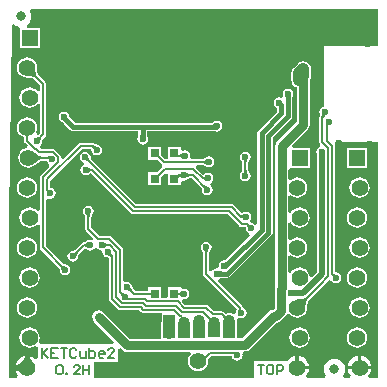
<source format=gtl>
G04*
G04 #@! TF.GenerationSoftware,Altium Limited,Altium Designer,20.2.6 (244)*
G04*
G04 Layer_Physical_Order=1*
G04 Layer_Color=255*
%FSLAX25Y25*%
%MOIN*%
G70*
G04*
G04 #@! TF.SameCoordinates,A3B400B8-C857-4583-85C6-9FA4B9C7ABCD*
G04*
G04*
G04 #@! TF.FilePolarity,Positive*
G04*
G01*
G75*
%ADD10C,0.00787*%
%ADD12C,0.00800*%
%ADD15C,0.01000*%
%ADD16R,0.03150X0.03150*%
%ADD17R,0.04000X0.05591*%
%ADD24C,0.05512*%
%ADD30C,0.03150*%
%ADD31C,0.01575*%
%ADD32C,0.03150*%
%ADD33C,0.04000*%
%ADD34C,0.01500*%
%ADD35C,0.03937*%
%ADD36C,0.02000*%
%ADD37R,0.04000X0.05762*%
%ADD38R,0.04000X0.05153*%
%ADD39R,0.04000X0.04962*%
%ADD40O,0.04000X0.04724*%
%ADD41R,0.04000X0.04724*%
%ADD42R,0.05500X0.05500*%
%ADD43C,0.05500*%
%ADD44C,0.02362*%
G36*
X124379Y112200D02*
X106601D01*
Y91911D01*
X106104Y91812D01*
X105517Y91421D01*
X105126Y90834D01*
X104988Y90143D01*
X105126Y89452D01*
X105242Y89278D01*
X105205Y89175D01*
X105075Y88981D01*
X104998Y88597D01*
Y80238D01*
X105075Y79854D01*
X105292Y79529D01*
X105299Y79522D01*
X105117Y78706D01*
X105056Y78634D01*
X104523Y78277D01*
X104131Y77691D01*
X103994Y77000D01*
X104131Y76309D01*
X104178Y76238D01*
Y36941D01*
X102530Y35293D01*
X101685Y35579D01*
X101647Y35872D01*
X101310Y36685D01*
X100775Y37383D01*
X100077Y37918D01*
X99264Y38255D01*
X98392Y38369D01*
X97520Y38255D01*
X96708Y37918D01*
X96010Y37383D01*
X95474Y36685D01*
X95451Y36628D01*
X94651Y36787D01*
Y42087D01*
X94689Y42123D01*
X95451Y42433D01*
X95908Y42082D01*
X96720Y41745D01*
X97592Y41631D01*
X98464Y41745D01*
X99277Y42082D01*
X99975Y42617D01*
X100510Y43315D01*
X100847Y44128D01*
X100962Y45000D01*
X100847Y45872D01*
X100510Y46685D01*
X99975Y47383D01*
X99277Y47918D01*
X98464Y48255D01*
X97592Y48369D01*
X96720Y48255D01*
X95908Y47918D01*
X95451Y47567D01*
X94689Y47877D01*
X94651Y47913D01*
Y53213D01*
X95451Y53372D01*
X95474Y53315D01*
X96010Y52618D01*
X96708Y52082D01*
X97520Y51745D01*
X98392Y51631D01*
X99264Y51745D01*
X100077Y52082D01*
X100775Y52618D01*
X101310Y53315D01*
X101647Y54128D01*
X101762Y55000D01*
X101647Y55872D01*
X101310Y56685D01*
X100775Y57383D01*
X100077Y57918D01*
X99264Y58255D01*
X98392Y58369D01*
X97520Y58255D01*
X96708Y57918D01*
X96010Y57383D01*
X95474Y56685D01*
X95451Y56628D01*
X94651Y56787D01*
Y62087D01*
X94689Y62123D01*
X95451Y62433D01*
X95908Y62082D01*
X96720Y61745D01*
X97592Y61631D01*
X98464Y61745D01*
X99277Y62082D01*
X99975Y62617D01*
X100510Y63315D01*
X100847Y64128D01*
X100962Y65000D01*
X100847Y65872D01*
X100510Y66685D01*
X99975Y67383D01*
X99277Y67918D01*
X98464Y68255D01*
X97592Y68369D01*
X96720Y68255D01*
X95908Y67918D01*
X95451Y67567D01*
X94689Y67877D01*
X94651Y67913D01*
Y71026D01*
X95052Y71659D01*
X101733D01*
Y78341D01*
X96105D01*
X95799Y79080D01*
X101167Y84448D01*
X101646Y85164D01*
X101814Y86009D01*
Y100704D01*
X101869Y100776D01*
X102130Y101406D01*
X102219Y102082D01*
Y104441D01*
X102130Y105117D01*
X101869Y105747D01*
X101454Y106288D01*
X100913Y106704D01*
X100283Y106965D01*
X99606Y107054D01*
X98930Y106965D01*
X98300Y106704D01*
X97759Y106288D01*
X96450Y104979D01*
X96034Y104438D01*
X95773Y103808D01*
X95684Y103132D01*
Y100800D01*
X95773Y100124D01*
X96034Y99493D01*
X96450Y98952D01*
X96991Y98537D01*
X97399Y98368D01*
Y86923D01*
X90882Y80407D01*
X90403Y79691D01*
X90235Y78846D01*
Y31911D01*
X90115Y31307D01*
Y24921D01*
X89514Y24320D01*
X88916Y24201D01*
X88200Y23723D01*
X79320Y14843D01*
X77639D01*
Y20562D01*
X77601Y20655D01*
X77531Y21180D01*
X77663Y21332D01*
X78200Y21696D01*
X78218Y21684D01*
X78909Y21547D01*
X79600Y21684D01*
X80186Y22076D01*
X80578Y22662D01*
X80715Y23353D01*
X80578Y24044D01*
X80186Y24630D01*
X79600Y25022D01*
X79600Y25022D01*
X79560Y25225D01*
X79341Y25552D01*
X71147Y33746D01*
X71411Y34614D01*
X71533Y34638D01*
X71905Y34887D01*
X72352Y34917D01*
X72466Y34918D01*
X72519Y34940D01*
X74324D01*
X74848Y35044D01*
X75291Y35340D01*
X88995Y49044D01*
X89291Y49488D01*
X89395Y50011D01*
Y81767D01*
X95496Y87867D01*
X95792Y88311D01*
X95896Y88834D01*
Y94975D01*
X96198Y95427D01*
X96336Y96118D01*
X96198Y96809D01*
X95806Y97395D01*
X95220Y97787D01*
X94529Y97924D01*
X93838Y97787D01*
X93252Y97395D01*
X92860Y96809D01*
X92723Y96118D01*
X92835Y95553D01*
X92496Y95187D01*
X92194Y94989D01*
X91567Y95113D01*
X90876Y94976D01*
X90290Y94584D01*
X89898Y93998D01*
X89761Y93307D01*
X89898Y92616D01*
X90290Y92030D01*
X90862Y91647D01*
Y90352D01*
X84755Y84245D01*
X84459Y83802D01*
X84355Y83279D01*
Y52918D01*
X83556Y52673D01*
X82970Y53065D01*
X82341Y53190D01*
X82282Y53216D01*
X82268Y53216D01*
X81874Y53886D01*
X81877Y53953D01*
X81956Y54191D01*
X82102Y54409D01*
X82239Y55100D01*
X82102Y55792D01*
X81710Y56378D01*
X81124Y56769D01*
X80433Y56907D01*
X79742Y56769D01*
X79205Y56411D01*
X76446Y59170D01*
X76120Y59388D01*
X75736Y59464D01*
X43975D01*
X29007Y74432D01*
X28983Y74497D01*
X28926Y74558D01*
X28893Y74601D01*
X28864Y74645D01*
X28839Y74691D01*
X28818Y74739D01*
X28800Y74791D01*
X28786Y74848D01*
X28776Y74910D01*
X28769Y74979D01*
X28767Y75076D01*
X28741Y75135D01*
X28616Y75764D01*
X28224Y76350D01*
X27638Y76742D01*
X26947Y76879D01*
X26256Y76742D01*
X25670Y76350D01*
X25278Y75764D01*
X25141Y75073D01*
X25278Y74382D01*
X25670Y73795D01*
X26256Y73404D01*
X26499Y73356D01*
Y72540D01*
X26474Y72535D01*
X25888Y72143D01*
X25496Y71557D01*
X25359Y70866D01*
X25496Y70175D01*
X25888Y69589D01*
X26474Y69197D01*
X27165Y69060D01*
X27857Y69197D01*
X28317Y69504D01*
X28409Y69537D01*
X28482Y69603D01*
X28539Y69648D01*
X28594Y69685D01*
X28648Y69715D01*
X28701Y69740D01*
X28752Y69760D01*
X28805Y69775D01*
X28858Y69786D01*
X28865Y69787D01*
X42279Y56373D01*
X42604Y56156D01*
X42988Y56079D01*
X74474D01*
X78328Y52225D01*
X78654Y52008D01*
X79037Y51932D01*
X80280D01*
X80300Y51911D01*
X80334Y51868D01*
X80362Y51823D01*
X80387Y51778D01*
X80408Y51730D01*
X80426Y51678D01*
X80440Y51621D01*
X80450Y51558D01*
X80457Y51490D01*
X80459Y51393D01*
X80485Y51334D01*
X80610Y50705D01*
X81002Y50118D01*
X81492Y49791D01*
X81625Y49486D01*
X81717Y48886D01*
X73547Y40715D01*
X73230Y40778D01*
X72539Y40641D01*
X71953Y40249D01*
X71561Y39663D01*
X71424Y38972D01*
X71457Y38806D01*
X70841Y38113D01*
X70841Y38113D01*
X70150Y37976D01*
X69564Y37584D01*
X69512Y37506D01*
X68476Y37279D01*
X68472Y37280D01*
X68255Y37441D01*
Y43152D01*
X68284Y43214D01*
X68287Y43299D01*
X68294Y43355D01*
X68305Y43407D01*
X68319Y43457D01*
X68338Y43506D01*
X68362Y43555D01*
X68391Y43604D01*
X68427Y43654D01*
X68470Y43706D01*
X68535Y43775D01*
X68558Y43835D01*
X68914Y44368D01*
X69052Y45059D01*
X68914Y45750D01*
X68523Y46336D01*
X67937Y46728D01*
X67246Y46865D01*
X66554Y46728D01*
X65968Y46336D01*
X65577Y45750D01*
X65439Y45059D01*
X65577Y44368D01*
X65933Y43835D01*
X65956Y43775D01*
X66021Y43706D01*
X66064Y43654D01*
X66100Y43604D01*
X66129Y43555D01*
X66153Y43506D01*
X66171Y43457D01*
X66186Y43407D01*
X66197Y43355D01*
X66203Y43299D01*
X66207Y43214D01*
X66236Y43152D01*
Y36219D01*
X66312Y35833D01*
X66531Y35505D01*
X77541Y24495D01*
X77240Y24044D01*
X77103Y23353D01*
X77133Y23199D01*
X76407Y22748D01*
X76306Y22825D01*
X75676Y23086D01*
X75000Y23175D01*
X74324Y23086D01*
X73931Y22923D01*
X73923Y22925D01*
X73524Y23129D01*
X73478Y23141D01*
X73163Y23456D01*
X72838Y23674D01*
X72453Y23750D01*
X69950D01*
X68066Y25634D01*
X67741Y25852D01*
X67357Y25928D01*
X60360D01*
X59268Y27020D01*
X59663Y27757D01*
X59842Y27721D01*
X60534Y27859D01*
X61120Y28250D01*
X61511Y28836D01*
X61649Y29528D01*
X61511Y30219D01*
X61120Y30805D01*
X60534Y31196D01*
X59842Y31334D01*
X59588Y31283D01*
X58788Y31791D01*
Y31791D01*
X54457D01*
Y28542D01*
X54438Y28445D01*
X53754Y28070D01*
X52292D01*
Y31791D01*
X47961D01*
Y30630D01*
X43713D01*
X42995Y31347D01*
X42970Y31413D01*
X42912Y31476D01*
X42871Y31526D01*
X42831Y31580D01*
X42794Y31639D01*
X42759Y31701D01*
X42727Y31769D01*
X42699Y31835D01*
X42641Y32013D01*
X42618Y32110D01*
X42551Y32201D01*
X42513Y32394D01*
X42121Y32980D01*
X41535Y33371D01*
X40844Y33509D01*
X40482Y33437D01*
X39682Y33946D01*
Y44254D01*
X39605Y44641D01*
X39386Y44969D01*
X35641Y48714D01*
X35313Y48933D01*
X34927Y49010D01*
X31707D01*
X29032Y51684D01*
Y55179D01*
X29061Y55242D01*
X29064Y55327D01*
X29071Y55382D01*
X29081Y55435D01*
X29096Y55485D01*
X29115Y55534D01*
X29139Y55582D01*
X29168Y55632D01*
X29203Y55682D01*
X29246Y55734D01*
X29311Y55802D01*
X29335Y55862D01*
X29691Y56395D01*
X29828Y57087D01*
X29691Y57778D01*
X29299Y58364D01*
X28713Y58755D01*
X28022Y58893D01*
X27331Y58755D01*
X26745Y58364D01*
X26353Y57778D01*
X26216Y57087D01*
X26353Y56395D01*
X26709Y55862D01*
X26733Y55802D01*
X26798Y55734D01*
X26841Y55682D01*
X26876Y55632D01*
X26905Y55582D01*
X26929Y55534D01*
X26948Y55485D01*
X26963Y55435D01*
X26973Y55382D01*
X26980Y55327D01*
X26983Y55242D01*
X27012Y55179D01*
Y51266D01*
X27089Y50880D01*
X27308Y50552D01*
X29831Y48029D01*
X29321Y47407D01*
X29187Y47497D01*
X28495Y47635D01*
X27804Y47497D01*
X27218Y47106D01*
X27200Y47078D01*
X27153Y47058D01*
X27090Y46991D01*
X27043Y46950D01*
X26998Y46915D01*
X26954Y46887D01*
X26910Y46865D01*
X26866Y46847D01*
X26819Y46833D01*
X26770Y46822D01*
X26716Y46815D01*
X26632Y46812D01*
X26629Y46811D01*
X26625Y46812D01*
X26565Y46783D01*
X26482D01*
X26096Y46707D01*
X25768Y46488D01*
X23435Y44155D01*
X23370Y44131D01*
X23308Y44073D01*
X23263Y44037D01*
X23217Y44006D01*
X23169Y43980D01*
X23119Y43957D01*
X23065Y43938D01*
X23007Y43922D01*
X22944Y43909D01*
X22875Y43901D01*
X22778Y43896D01*
X22692Y43855D01*
X22143Y43746D01*
X21557Y43354D01*
X21166Y42768D01*
X21028Y42077D01*
X21166Y41385D01*
X21557Y40799D01*
X22143Y40408D01*
X22835Y40270D01*
X23526Y40408D01*
X24112Y40799D01*
X24503Y41385D01*
X24641Y42077D01*
X24639Y42088D01*
X24654Y42126D01*
X24654Y42219D01*
X24658Y42283D01*
X24667Y42341D01*
X24679Y42393D01*
X24695Y42442D01*
X24714Y42487D01*
X24738Y42531D01*
X24766Y42575D01*
X24800Y42618D01*
X24858Y42680D01*
X24881Y42744D01*
X26854Y44717D01*
X26871Y44714D01*
X26925Y44699D01*
X26978Y44679D01*
X27031Y44655D01*
X27086Y44625D01*
X27141Y44589D01*
X27198Y44545D01*
X27271Y44482D01*
X27374Y44447D01*
X27804Y44159D01*
X28495Y44022D01*
X29187Y44159D01*
X29773Y44551D01*
X30060Y44982D01*
X30422Y45053D01*
X30588D01*
X30949Y44982D01*
X31237Y44551D01*
X31823Y44159D01*
X32514Y44022D01*
X32648Y43888D01*
X32576Y43525D01*
X32713Y42834D01*
X33105Y42248D01*
X33691Y41856D01*
X34320Y41731D01*
X34379Y41705D01*
X34476Y41702D01*
X34544Y41696D01*
X34607Y41686D01*
X34664Y41671D01*
X34716Y41654D01*
X34764Y41633D01*
X34809Y41608D01*
X34814Y41605D01*
Y27972D01*
X34890Y27588D01*
X35108Y27262D01*
X37923Y24447D01*
X38248Y24230D01*
X38632Y24153D01*
X45015D01*
X45567Y23601D01*
X45893Y23384D01*
X46277Y23307D01*
X51674D01*
X52409Y23153D01*
Y20317D01*
X52361Y20200D01*
Y14609D01*
X41876D01*
X33017Y23469D01*
X32300Y23947D01*
X31455Y24115D01*
X30611Y23947D01*
X29894Y23469D01*
X29416Y22752D01*
X29248Y21907D01*
X29416Y21063D01*
X29894Y20346D01*
X36640Y13601D01*
X36334Y12862D01*
X11954D01*
X11868Y12922D01*
X11454Y13662D01*
X11647Y14128D01*
X11761Y15000D01*
X11647Y15872D01*
X11310Y16684D01*
X10775Y17382D01*
X10077Y17918D01*
X9264Y18254D01*
X8392Y18369D01*
X7520Y18254D01*
X6707Y17918D01*
X6010Y17382D01*
X5474Y16684D01*
X5138Y15872D01*
X5023Y15000D01*
X5138Y14128D01*
X5474Y13315D01*
X6010Y12617D01*
X6707Y12082D01*
X7520Y11745D01*
X8392Y11631D01*
X9264Y11745D01*
X10077Y12082D01*
X10311Y12261D01*
X11111Y11867D01*
Y8186D01*
X10661Y7945D01*
X10311Y7869D01*
X9575Y8434D01*
X8618Y8830D01*
X8418Y8856D01*
X8425Y8806D01*
X8482Y8569D01*
X8562Y8335D01*
X8664Y8101D01*
X8789Y7870D01*
X8937Y7641D01*
X9108Y7413D01*
X9301Y7188D01*
X9517Y6964D01*
X8183D01*
Y5000D01*
X7592D01*
Y4409D01*
X5628D01*
Y3075D01*
X5404Y3291D01*
X5179Y3484D01*
X4951Y3655D01*
X4722Y3803D01*
X4490Y3928D01*
X4258Y4030D01*
X4023Y4110D01*
X3786Y4167D01*
X3736Y4174D01*
X3762Y3974D01*
X4158Y3017D01*
X4628Y2406D01*
X4333Y1606D01*
X1606D01*
Y54159D01*
X2414Y119057D01*
X2574Y119189D01*
X3218Y119409D01*
X3752Y119000D01*
X4411Y118727D01*
X4651Y118582D01*
X5052Y118053D01*
X5052Y117782D01*
Y111660D01*
X11733D01*
Y118341D01*
X7668D01*
X7455Y119141D01*
X8000Y119559D01*
X8559Y120288D01*
X8911Y121136D01*
X9031Y122047D01*
X8911Y122958D01*
X8654Y123579D01*
X9033Y124379D01*
X83000Y124379D01*
X124379D01*
Y112200D01*
D02*
G37*
G36*
X107163Y89021D02*
X107106Y88998D01*
X107042Y88965D01*
X106971Y88921D01*
X106893Y88866D01*
X106717Y88726D01*
X106512Y88543D01*
X106280Y88319D01*
X105724Y88875D01*
X105780Y88936D01*
X105826Y88997D01*
X105862Y89056D01*
X105888Y89116D01*
X105904Y89174D01*
X105910Y89232D01*
X105906Y89289D01*
X105892Y89346D01*
X105867Y89402D01*
X105833Y89458D01*
X107163Y89021D01*
D02*
G37*
G36*
X28131Y74942D02*
X28141Y74827D01*
X28160Y74717D01*
X28187Y74610D01*
X28221Y74508D01*
X28264Y74410D01*
X28314Y74317D01*
X28373Y74228D01*
X28439Y74143D01*
X28514Y74063D01*
X27957Y73506D01*
X27876Y73580D01*
X27792Y73647D01*
X27703Y73705D01*
X27609Y73756D01*
X27511Y73798D01*
X27409Y73833D01*
X27303Y73860D01*
X27193Y73878D01*
X27078Y73889D01*
X26959Y73892D01*
X28128Y75061D01*
X28131Y74942D01*
D02*
G37*
G36*
X28118Y71581D02*
X28204Y71506D01*
X28293Y71439D01*
X28385Y71382D01*
X28480Y71333D01*
X28578Y71293D01*
X28679Y71262D01*
X28783Y71240D01*
X28890Y71226D01*
X29000Y71222D01*
X28973Y70434D01*
X28864Y70430D01*
X28758Y70418D01*
X28653Y70397D01*
X28550Y70367D01*
X28450Y70329D01*
X28352Y70283D01*
X28256Y70228D01*
X28163Y70165D01*
X28071Y70093D01*
X27982Y70013D01*
X28035Y71665D01*
X28118Y71581D01*
D02*
G37*
G36*
X28768Y56158D02*
X28695Y56070D01*
X28631Y55980D01*
X28576Y55886D01*
X28529Y55790D01*
X28490Y55691D01*
X28460Y55589D01*
X28439Y55484D01*
X28426Y55377D01*
X28422Y55267D01*
X27622D01*
X27618Y55377D01*
X27605Y55484D01*
X27584Y55589D01*
X27554Y55691D01*
X27515Y55790D01*
X27468Y55886D01*
X27413Y55980D01*
X27349Y56070D01*
X27276Y56158D01*
X27195Y56243D01*
X28849D01*
X28768Y56158D01*
D02*
G37*
G36*
X79278Y54851D02*
X79272Y54865D01*
X79258Y54877D01*
X79237Y54887D01*
X79208Y54896D01*
X79172Y54904D01*
X79128Y54910D01*
X79020Y54918D01*
X78882Y54921D01*
Y55709D01*
X78984Y55709D01*
X79434Y55739D01*
X79444Y55746D01*
X79278Y54851D01*
D02*
G37*
G36*
X81350Y52888D02*
X81434Y52822D01*
X81524Y52763D01*
X81617Y52713D01*
X81715Y52670D01*
X81817Y52636D01*
X81923Y52609D01*
X82033Y52590D01*
X82148Y52580D01*
X82267Y52577D01*
X81098Y51408D01*
X81095Y51527D01*
X81085Y51642D01*
X81066Y51752D01*
X81039Y51858D01*
X81005Y51960D01*
X80962Y52058D01*
X80912Y52152D01*
X80853Y52241D01*
X80787Y52325D01*
X80712Y52406D01*
X81269Y52963D01*
X81350Y52888D01*
D02*
G37*
G36*
X33444Y46573D02*
X33532Y46499D01*
X33624Y46434D01*
X33718Y46378D01*
X33814Y46330D01*
X33913Y46291D01*
X34015Y46261D01*
X34120Y46239D01*
X34227Y46226D01*
X34336Y46222D01*
Y45435D01*
X34227Y45430D01*
X34120Y45417D01*
X34015Y45396D01*
X33913Y45365D01*
X33814Y45326D01*
X33718Y45279D01*
X33624Y45222D01*
X33532Y45158D01*
X33444Y45084D01*
X33357Y45002D01*
Y46655D01*
X33444Y46573D01*
D02*
G37*
G36*
X27691Y44963D02*
X27602Y45041D01*
X27510Y45111D01*
X27416Y45173D01*
X27320Y45226D01*
X27222Y45271D01*
X27121Y45308D01*
X27018Y45336D01*
X26913Y45357D01*
X26806Y45369D01*
X26697Y45373D01*
X26657Y46174D01*
X26768Y46178D01*
X26875Y46191D01*
X26980Y46213D01*
X27081Y46244D01*
X27178Y46284D01*
X27272Y46332D01*
X27363Y46390D01*
X27450Y46456D01*
X27534Y46531D01*
X27614Y46615D01*
X27691Y44963D01*
D02*
G37*
G36*
X67991Y44131D02*
X67919Y44043D01*
X67855Y43952D01*
X67799Y43859D01*
X67752Y43762D01*
X67714Y43663D01*
X67684Y43561D01*
X67663Y43457D01*
X67650Y43349D01*
X67646Y43239D01*
X66846D01*
X66841Y43349D01*
X66828Y43457D01*
X66807Y43561D01*
X66777Y43663D01*
X66739Y43762D01*
X66692Y43859D01*
X66636Y43952D01*
X66572Y44043D01*
X66500Y44131D01*
X66419Y44216D01*
X68072D01*
X67991Y44131D01*
D02*
G37*
G36*
X24388Y43114D02*
X24313Y43033D01*
X24246Y42947D01*
X24188Y42858D01*
X24138Y42765D01*
X24096Y42668D01*
X24063Y42567D01*
X24038Y42462D01*
X24022Y42353D01*
X24014Y42240D01*
X24015Y42123D01*
X22812Y43258D01*
X22930Y43264D01*
X23043Y43277D01*
X23153Y43299D01*
X23259Y43328D01*
X23360Y43365D01*
X23458Y43409D01*
X23550Y43461D01*
X23639Y43520D01*
X23724Y43587D01*
X23805Y43662D01*
X24388Y43114D01*
D02*
G37*
G36*
X35566Y43394D02*
X35576Y43279D01*
X35595Y43169D01*
X35622Y43062D01*
X35656Y42960D01*
X35699Y42863D01*
X35749Y42769D01*
X35808Y42680D01*
X35874Y42595D01*
X35949Y42515D01*
X35392Y41958D01*
X35311Y42032D01*
X35227Y42099D01*
X35138Y42157D01*
X35044Y42208D01*
X34946Y42250D01*
X34844Y42285D01*
X34738Y42312D01*
X34628Y42330D01*
X34513Y42341D01*
X34394Y42344D01*
X35563Y43513D01*
X35566Y43394D01*
D02*
G37*
G36*
X71706Y37119D02*
X71740Y37106D01*
X71786Y37094D01*
X71845Y37084D01*
X72001Y37069D01*
X72206Y37060D01*
X72462Y37057D01*
Y35557D01*
X72328Y35556D01*
X71786Y35519D01*
X71740Y35508D01*
X71706Y35495D01*
X71685Y35480D01*
Y37133D01*
X71706Y37119D01*
D02*
G37*
G36*
X109690Y36376D02*
X109866Y36224D01*
X109915Y36189D01*
X109960Y36162D01*
X110001Y36143D01*
X110036Y36132D01*
X110067Y36129D01*
X110094Y36133D01*
X109373Y35413D01*
X109378Y35439D01*
X109375Y35471D01*
X109364Y35506D01*
X109345Y35546D01*
X109318Y35592D01*
X109283Y35641D01*
X109240Y35695D01*
X109131Y35817D01*
X109065Y35885D01*
X109622Y36442D01*
X109690Y36376D01*
D02*
G37*
G36*
X124379Y1606D02*
X121651D01*
X121356Y2406D01*
X121826Y3018D01*
X122222Y3974D01*
X122279Y4409D01*
X118392D01*
X114505D01*
X114562Y3974D01*
X114958Y3018D01*
X115428Y2406D01*
X115133Y1606D01*
X113185D01*
X112791Y2406D01*
X113048Y2740D01*
X113399Y3589D01*
X113519Y4500D01*
X113399Y5411D01*
X113048Y6260D01*
X112488Y6988D01*
X111759Y7548D01*
X110911Y7899D01*
X110000Y8019D01*
X109089Y7899D01*
X108240Y7548D01*
X107512Y6988D01*
X106952Y6260D01*
X106601Y5411D01*
X106481Y4500D01*
X106601Y3589D01*
X106952Y2740D01*
X107209Y2406D01*
X106815Y1606D01*
X100851D01*
X100557Y2406D01*
X101026Y3018D01*
X101422Y3974D01*
X101480Y4409D01*
X97592D01*
Y5000D01*
X97002D01*
Y8887D01*
X96566Y8830D01*
X95610Y8434D01*
X94789Y7804D01*
X94789Y7804D01*
X94787Y7802D01*
X94214Y7359D01*
X83062D01*
Y1606D01*
X29720Y1606D01*
Y6957D01*
X38006D01*
Y11190D01*
X38745Y11496D01*
X39400Y10840D01*
X40117Y10362D01*
X40962Y10194D01*
X60805D01*
X61650Y10362D01*
X61758Y10250D01*
X62060Y9473D01*
X61523Y8774D01*
X61186Y7960D01*
X61071Y7087D01*
X61186Y6213D01*
X61523Y5399D01*
X62060Y4700D01*
X62759Y4163D01*
X63573Y3826D01*
X64447Y3711D01*
X65320Y3826D01*
X66134Y4163D01*
X66833Y4700D01*
X67370Y5399D01*
X67707Y6213D01*
X67822Y7087D01*
X67759Y7562D01*
X69030Y8833D01*
X75865D01*
X75959Y8364D01*
X76350Y7778D01*
X76936Y7386D01*
X77627Y7249D01*
X78319Y7386D01*
X78905Y7778D01*
X79296Y8364D01*
X79434Y9055D01*
X79320Y9628D01*
X79470Y9979D01*
X79803Y10428D01*
X80234D01*
X81079Y10596D01*
X81796Y11074D01*
X90724Y20003D01*
X91323Y20122D01*
X92039Y20600D01*
X93884Y22445D01*
X94093Y22759D01*
X95050Y22826D01*
X95210Y22617D01*
X95908Y22082D01*
X96720Y21745D01*
X97592Y21631D01*
X98464Y21745D01*
X99277Y22082D01*
X99975Y22617D01*
X100510Y23315D01*
X100847Y24128D01*
X100957Y24967D01*
X100981Y25024D01*
X100984Y25418D01*
X101026Y26114D01*
X101063Y26396D01*
X101111Y26649D01*
X101168Y26866D01*
X101231Y27044D01*
X101296Y27183D01*
X101360Y27285D01*
X101453Y27394D01*
X101471Y27450D01*
X105984Y31963D01*
X106002Y31990D01*
X108094Y34082D01*
X108132Y34095D01*
X109080Y33937D01*
X109210Y33742D01*
X109796Y33351D01*
X110487Y33213D01*
X111179Y33351D01*
X111765Y33742D01*
X112156Y34328D01*
X112294Y35020D01*
X112156Y35711D01*
X111765Y36297D01*
X111179Y36689D01*
X110487Y36826D01*
X110347Y36941D01*
Y78846D01*
X110270Y79230D01*
X110066Y79536D01*
X110131Y79886D01*
X110317Y80336D01*
X124379D01*
Y1606D01*
D02*
G37*
G36*
X42026Y31838D02*
X42099Y31613D01*
X42143Y31508D01*
X42191Y31408D01*
X42244Y31312D01*
X42302Y31221D01*
X42365Y31135D01*
X42432Y31053D01*
X42504Y30976D01*
X42086Y30281D01*
X42002Y30357D01*
X41916Y30423D01*
X41828Y30477D01*
X41736Y30521D01*
X41641Y30553D01*
X41543Y30575D01*
X41442Y30586D01*
X41339Y30587D01*
X41232Y30576D01*
X41122Y30555D01*
X41997Y31958D01*
X42026Y31838D01*
D02*
G37*
G36*
X39177Y30195D02*
X39262Y30128D01*
X39351Y30069D01*
X39444Y30018D01*
X39541Y29975D01*
X39643Y29940D01*
X39748Y29913D01*
X39857Y29895D01*
X39971Y29884D01*
X40088Y29881D01*
X38919Y28712D01*
X38916Y28829D01*
X38905Y28943D01*
X38886Y29052D01*
X38860Y29157D01*
X38825Y29259D01*
X38782Y29356D01*
X38731Y29449D01*
X38672Y29538D01*
X38605Y29623D01*
X38530Y29704D01*
X39096Y30270D01*
X39177Y30195D01*
D02*
G37*
G36*
X58999Y28701D02*
X58913Y28783D01*
X58824Y28857D01*
X58733Y28922D01*
X58639Y28978D01*
X58542Y29026D01*
X58443Y29065D01*
X58341Y29095D01*
X58237Y29116D01*
X58130Y29129D01*
X58020Y29134D01*
Y29921D01*
X58130Y29926D01*
X58237Y29939D01*
X58341Y29960D01*
X58443Y29991D01*
X58542Y30029D01*
X58639Y30077D01*
X58733Y30134D01*
X58824Y30198D01*
X58913Y30272D01*
X58999Y30354D01*
Y28701D01*
D02*
G37*
G36*
X100966Y27808D02*
X100843Y27664D01*
X100734Y27490D01*
X100639Y27287D01*
X100556Y27053D01*
X100487Y26790D01*
X100432Y26497D01*
X100389Y26175D01*
X100345Y25440D01*
X100342Y25027D01*
X97620Y27750D01*
X98032Y27752D01*
X98767Y27797D01*
X99090Y27839D01*
X99383Y27895D01*
X99646Y27964D01*
X99879Y28046D01*
X100082Y28142D01*
X100256Y28251D01*
X100400Y28373D01*
X100966Y27808D01*
D02*
G37*
G36*
X73260Y22502D02*
X73377Y22402D01*
X73485Y22321D01*
X73585Y22260D01*
X73677Y22218D01*
X73761Y22194D01*
X73836Y22190D01*
X73904Y22205D01*
X73963Y22239D01*
X74014Y22293D01*
X73068Y21028D01*
X73106Y21094D01*
X73127Y21167D01*
X73129Y21246D01*
X73114Y21332D01*
X73081Y21425D01*
X73031Y21525D01*
X72963Y21631D01*
X72877Y21744D01*
X72774Y21864D01*
X72653Y21991D01*
X73136Y22621D01*
X73260Y22502D01*
D02*
G37*
G36*
X68479Y21866D02*
X68711Y21678D01*
X68816Y21611D01*
X68913Y21564D01*
X69002Y21535D01*
X69084Y21524D01*
X69159Y21533D01*
X69226Y21560D01*
X69285Y21605D01*
X68169Y20506D01*
X68216Y20565D01*
X68243Y20631D01*
X68252Y20704D01*
X68242Y20786D01*
X68214Y20875D01*
X68167Y20971D01*
X68101Y21075D01*
X68017Y21187D01*
X67914Y21306D01*
X67792Y21433D01*
X68352Y21987D01*
X68479Y21866D01*
D02*
G37*
%LPC*%
G36*
X7592Y108370D02*
X6720Y108255D01*
X5907Y107918D01*
X5210Y107383D01*
X4674Y106685D01*
X4338Y105872D01*
X4223Y105000D01*
X4338Y104128D01*
X4674Y103315D01*
X5210Y102618D01*
X5907Y102082D01*
X6720Y101746D01*
X7452Y101649D01*
X7536Y101611D01*
X7936Y101600D01*
X8640Y101543D01*
X8926Y101500D01*
X9183Y101448D01*
X9403Y101388D01*
X9583Y101323D01*
X9724Y101256D01*
X9825Y101192D01*
X9932Y101101D01*
X9989Y101083D01*
X11909Y99163D01*
Y97218D01*
X11109Y96947D01*
X10775Y97383D01*
X10077Y97918D01*
X9264Y98255D01*
X8392Y98369D01*
X7520Y98255D01*
X6707Y97918D01*
X6010Y97383D01*
X5474Y96685D01*
X5138Y95872D01*
X5023Y95000D01*
X5138Y94128D01*
X5474Y93316D01*
X6010Y92618D01*
X6707Y92082D01*
X7520Y91746D01*
X8392Y91631D01*
X9264Y91746D01*
X10077Y92082D01*
X10775Y92618D01*
X11109Y93054D01*
X11909Y92782D01*
Y83138D01*
X11503Y82732D01*
X11116Y82665D01*
X11028Y82677D01*
X10731Y83043D01*
X10680Y83134D01*
X10569Y83457D01*
X10847Y84128D01*
X10961Y85000D01*
X10847Y85872D01*
X10510Y86685D01*
X9975Y87383D01*
X9277Y87918D01*
X8464Y88255D01*
X7592Y88370D01*
X6720Y88255D01*
X5907Y87918D01*
X5210Y87383D01*
X4674Y86685D01*
X4338Y85872D01*
X4223Y85000D01*
X4338Y84128D01*
X4674Y83315D01*
X5210Y82618D01*
X5907Y82082D01*
X6589Y81800D01*
Y80684D01*
X6665Y80300D01*
X6882Y79975D01*
X7717Y79140D01*
X7430Y78296D01*
X7120Y78255D01*
X6307Y77918D01*
X5610Y77383D01*
X5074Y76685D01*
X4737Y75872D01*
X4623Y75000D01*
X4737Y74128D01*
X5074Y73316D01*
X5610Y72618D01*
X6307Y72082D01*
X7120Y71746D01*
X7992Y71631D01*
X8864Y71746D01*
X9677Y72082D01*
X10348Y72597D01*
X10405Y72621D01*
X10686Y72898D01*
X11207Y73360D01*
X11433Y73533D01*
X11646Y73678D01*
X11840Y73791D01*
X12010Y73872D01*
X12155Y73925D01*
X12272Y73952D01*
X12414Y73963D01*
X12467Y73990D01*
X13785D01*
X13847Y73962D01*
X13934Y73958D01*
X13976Y73952D01*
X13986Y73950D01*
X13996Y73919D01*
X14052Y73852D01*
X14079Y73718D01*
X14471Y73132D01*
X14777Y72927D01*
X14983Y72002D01*
X12086Y69104D01*
X11868Y68779D01*
X11792Y68394D01*
Y57371D01*
X10992Y57100D01*
X10775Y57383D01*
X10077Y57918D01*
X9264Y58255D01*
X8392Y58369D01*
X7520Y58255D01*
X6707Y57918D01*
X6010Y57383D01*
X5474Y56685D01*
X5138Y55872D01*
X5023Y55000D01*
X5138Y54128D01*
X5474Y53316D01*
X6010Y52618D01*
X6707Y52082D01*
X7520Y51746D01*
X8392Y51631D01*
X9264Y51746D01*
X10077Y52082D01*
X10775Y52618D01*
X10992Y52901D01*
X11792Y52629D01*
Y45059D01*
X11868Y44675D01*
X12086Y44350D01*
X18140Y38296D01*
X18164Y38231D01*
X18220Y38170D01*
X18254Y38126D01*
X18283Y38082D01*
X18308Y38037D01*
X18329Y37988D01*
X18346Y37937D01*
X18361Y37880D01*
X18371Y37817D01*
X18378Y37749D01*
X18380Y37652D01*
X18406Y37593D01*
X18531Y36963D01*
X18923Y36377D01*
X19509Y35986D01*
X20200Y35848D01*
X20891Y35986D01*
X21477Y36377D01*
X21869Y36963D01*
X22006Y37655D01*
X21869Y38346D01*
X21477Y38932D01*
X20891Y39323D01*
X20262Y39449D01*
X20203Y39475D01*
X20106Y39477D01*
X20037Y39483D01*
X19975Y39494D01*
X19918Y39508D01*
X19866Y39526D01*
X19818Y39547D01*
X19772Y39571D01*
X19728Y39600D01*
X19685Y39634D01*
X19624Y39691D01*
X19559Y39715D01*
X13799Y45475D01*
Y61029D01*
X14599Y61457D01*
X14663Y61414D01*
X15354Y61276D01*
X16046Y61414D01*
X16632Y61805D01*
X17023Y62391D01*
X17161Y63083D01*
X17023Y63774D01*
X16632Y64360D01*
X16046Y64751D01*
X15354Y64889D01*
X15177Y65669D01*
Y67300D01*
X25824Y77947D01*
X26199D01*
X26268Y77933D01*
X28820D01*
X28837Y77893D01*
X28855Y77841D01*
X28869Y77784D01*
X28880Y77722D01*
X28886Y77653D01*
X28888Y77556D01*
X28915Y77497D01*
X29040Y76868D01*
X29431Y76282D01*
X30017Y75890D01*
X30709Y75753D01*
X31400Y75890D01*
X31986Y76282D01*
X32377Y76868D01*
X32515Y77559D01*
X32377Y78250D01*
X31986Y78836D01*
X31400Y79228D01*
X30771Y79353D01*
X30712Y79379D01*
X30615Y79381D01*
X30546Y79388D01*
X30483Y79398D01*
X30427Y79413D01*
X30375Y79430D01*
X30327Y79451D01*
X30281Y79476D01*
X30237Y79505D01*
X30194Y79539D01*
X30132Y79595D01*
X30068Y79619D01*
X30040Y79646D01*
X29715Y79864D01*
X29331Y79940D01*
X26324D01*
X26254Y79954D01*
X25408D01*
X25024Y79878D01*
X24699Y79660D01*
X19656Y74618D01*
X18917Y74924D01*
Y75306D01*
X18841Y75690D01*
X18623Y76016D01*
X16964Y77675D01*
X16638Y77893D01*
X16254Y77969D01*
X12311D01*
X11956Y78418D01*
X12077Y79323D01*
X12469Y79909D01*
X12594Y80537D01*
X12620Y80597D01*
X12622Y80691D01*
X12629Y80758D01*
X12639Y80819D01*
X12653Y80874D01*
X12671Y80925D01*
X12692Y80973D01*
X12717Y81019D01*
X12746Y81063D01*
X12781Y81108D01*
X12839Y81170D01*
X12863Y81234D01*
X13633Y82005D01*
X13852Y82333D01*
X13929Y82719D01*
Y99581D01*
X13852Y99967D01*
X13633Y100295D01*
X11431Y102497D01*
X11413Y102554D01*
X11319Y102664D01*
X11255Y102766D01*
X11191Y102904D01*
X11130Y103080D01*
X11077Y103293D01*
X11033Y103543D01*
X11001Y103821D01*
X10973Y104507D01*
X10980Y104896D01*
X10956Y104957D01*
X10961Y105000D01*
X10847Y105872D01*
X10510Y106685D01*
X9975Y107383D01*
X9277Y107918D01*
X8464Y108255D01*
X7592Y108370D01*
D02*
G37*
G36*
X19883Y90235D02*
X19191Y90098D01*
X18605Y89706D01*
X18214Y89120D01*
X18076Y88429D01*
X18214Y87738D01*
X18605Y87151D01*
X19191Y86760D01*
X19485Y86702D01*
X19931Y86281D01*
X19980Y86263D01*
X22000Y84243D01*
X22456Y83938D01*
X22994Y83831D01*
X44658D01*
Y82745D01*
X44636Y82693D01*
X44636Y82565D01*
X44627Y82183D01*
X44623Y82137D01*
X44394Y81793D01*
X44256Y81102D01*
X44394Y80411D01*
X44786Y79825D01*
X45372Y79433D01*
X46063Y79296D01*
X46754Y79433D01*
X47340Y79825D01*
X47732Y80411D01*
X47869Y81102D01*
X47732Y81793D01*
X47521Y82109D01*
X47489Y82725D01*
X47468Y82768D01*
Y83831D01*
X69474D01*
X69532Y83810D01*
X70027Y83831D01*
X70074D01*
X70175Y83764D01*
X70866Y83627D01*
X71557Y83764D01*
X72143Y84156D01*
X72535Y84742D01*
X72672Y85433D01*
X72535Y86124D01*
X72143Y86710D01*
X71557Y87102D01*
X70866Y87239D01*
X70175Y87102D01*
X69589Y86710D01*
X69571Y86683D01*
X69247Y86664D01*
X69130Y86663D01*
X69079Y86641D01*
X69017D01*
X68988Y86646D01*
X68982Y86641D01*
X23576D01*
X22052Y88165D01*
X22037Y88208D01*
X22023Y88215D01*
X22017Y88230D01*
X21710Y88549D01*
X21652Y88617D01*
X21552Y89120D01*
X21160Y89706D01*
X20574Y90098D01*
X19883Y90235D01*
D02*
G37*
G36*
X58788Y78659D02*
X54457D01*
Y74464D01*
X53575D01*
X52292Y75747D01*
Y78659D01*
X47961D01*
Y74328D01*
X50873D01*
X52450Y72751D01*
X52474Y72735D01*
X52555Y72560D01*
X52616Y71895D01*
X52585Y71772D01*
X50873Y70059D01*
X47961D01*
Y65728D01*
X52292D01*
Y68640D01*
X53657Y70005D01*
X54457Y69674D01*
Y65728D01*
X58788D01*
Y66916D01*
X59588Y67402D01*
X60000Y67320D01*
X60691Y67457D01*
X61221Y67811D01*
X61283Y67835D01*
X61352Y67900D01*
X61404Y67943D01*
X61454Y67979D01*
X61503Y68008D01*
X61552Y68032D01*
X61601Y68050D01*
X61651Y68065D01*
X61703Y68076D01*
X61760Y68082D01*
X61844Y68086D01*
X61907Y68115D01*
X62385D01*
X65580Y64920D01*
X65604Y64856D01*
X65661Y64793D01*
X65696Y64749D01*
X65725Y64705D01*
X65750Y64659D01*
X65772Y64611D01*
X65789Y64560D01*
X65803Y64504D01*
X65814Y64444D01*
X65820Y64377D01*
X65822Y64282D01*
X65849Y64223D01*
X65974Y63595D01*
X66365Y63009D01*
X66951Y62617D01*
X67642Y62480D01*
X68334Y62617D01*
X68920Y63009D01*
X69311Y63595D01*
X69449Y64286D01*
X69311Y64977D01*
X68920Y65563D01*
X68714Y65701D01*
X68694Y65761D01*
X68764Y66623D01*
X69056Y66818D01*
X69447Y67404D01*
X69585Y68095D01*
X69447Y68786D01*
X69056Y69372D01*
X68470Y69764D01*
X67779Y69901D01*
X67087Y69764D01*
X66501Y69372D01*
X66331Y69356D01*
X64030Y71657D01*
X64361Y72457D01*
X66273D01*
X66336Y72428D01*
X66421Y72425D01*
X66481Y72419D01*
X66542Y72408D01*
X66602Y72392D01*
X66664Y72372D01*
X66727Y72346D01*
X66791Y72315D01*
X66858Y72277D01*
X66926Y72233D01*
X67010Y72172D01*
X67138Y72141D01*
X67419Y71953D01*
X68110Y71816D01*
X68801Y71953D01*
X69387Y72345D01*
X69779Y72931D01*
X69916Y73622D01*
X69779Y74313D01*
X69387Y74899D01*
X68801Y75291D01*
X68110Y75428D01*
X67419Y75291D01*
X66833Y74899D01*
X66748Y74773D01*
X66664Y74727D01*
X66609Y74658D01*
X66571Y74618D01*
X66534Y74587D01*
X66499Y74562D01*
X66465Y74542D01*
X66429Y74526D01*
X66391Y74513D01*
X66348Y74503D01*
X66299Y74497D01*
X66216Y74493D01*
X66185Y74478D01*
X66151Y74487D01*
X66113Y74464D01*
X62343D01*
X61834Y75264D01*
X61906Y75626D01*
X61769Y76317D01*
X61377Y76903D01*
X60791Y77295D01*
X60100Y77432D01*
X59588Y77330D01*
X59008Y77649D01*
X58788Y77842D01*
Y78659D01*
D02*
G37*
G36*
X80315Y77003D02*
X79624Y76866D01*
X79037Y76474D01*
X78646Y75888D01*
X78508Y75197D01*
X78646Y74505D01*
X79002Y73972D01*
X79026Y73912D01*
X79093Y73842D01*
X79137Y73788D01*
X79173Y73737D01*
X79203Y73687D01*
X79228Y73638D01*
X79247Y73589D01*
X79262Y73539D01*
X79273Y73487D01*
X79279Y73433D01*
X79282Y73349D01*
X79311Y73287D01*
Y70808D01*
X79282Y70745D01*
X79279Y70661D01*
X79273Y70607D01*
X79262Y70555D01*
X79247Y70506D01*
X79228Y70457D01*
X79203Y70407D01*
X79173Y70357D01*
X79137Y70306D01*
X79093Y70252D01*
X79026Y70182D01*
X79002Y70122D01*
X78646Y69589D01*
X78508Y68897D01*
X78646Y68206D01*
X79037Y67620D01*
X79624Y67229D01*
X80315Y67091D01*
X81006Y67229D01*
X81592Y67620D01*
X81984Y68206D01*
X82121Y68897D01*
X81984Y69589D01*
X81627Y70122D01*
X81604Y70182D01*
X81537Y70252D01*
X81493Y70306D01*
X81456Y70357D01*
X81426Y70407D01*
X81402Y70457D01*
X81383Y70506D01*
X81368Y70555D01*
X81357Y70607D01*
X81350Y70661D01*
X81347Y70745D01*
X81318Y70808D01*
Y73287D01*
X81347Y73349D01*
X81350Y73433D01*
X81357Y73487D01*
X81368Y73539D01*
X81383Y73589D01*
X81402Y73637D01*
X81426Y73687D01*
X81456Y73737D01*
X81493Y73788D01*
X81537Y73842D01*
X81604Y73912D01*
X81627Y73972D01*
X81984Y74505D01*
X82121Y75197D01*
X81984Y75888D01*
X81592Y76474D01*
X81006Y76866D01*
X80315Y77003D01*
D02*
G37*
G36*
X7592Y68370D02*
X6720Y68255D01*
X5907Y67918D01*
X5210Y67383D01*
X4674Y66685D01*
X4338Y65872D01*
X4223Y65000D01*
X4338Y64128D01*
X4674Y63315D01*
X5210Y62618D01*
X5907Y62082D01*
X6720Y61746D01*
X7592Y61631D01*
X8464Y61746D01*
X9277Y62082D01*
X9975Y62618D01*
X10510Y63315D01*
X10847Y64128D01*
X10961Y65000D01*
X10847Y65872D01*
X10510Y66685D01*
X9975Y67383D01*
X9277Y67918D01*
X8464Y68255D01*
X7592Y68370D01*
D02*
G37*
G36*
Y48370D02*
X6720Y48255D01*
X5907Y47918D01*
X5210Y47383D01*
X4674Y46685D01*
X4338Y45872D01*
X4223Y45000D01*
X4338Y44128D01*
X4674Y43316D01*
X5210Y42618D01*
X5907Y42082D01*
X6720Y41746D01*
X7592Y41631D01*
X8464Y41746D01*
X9277Y42082D01*
X9975Y42618D01*
X10510Y43316D01*
X10847Y44128D01*
X10961Y45000D01*
X10847Y45872D01*
X10510Y46685D01*
X9975Y47383D01*
X9277Y47918D01*
X8464Y48255D01*
X7592Y48370D01*
D02*
G37*
G36*
X8392Y38370D02*
X7520Y38255D01*
X6707Y37918D01*
X6010Y37383D01*
X5474Y36685D01*
X5138Y35872D01*
X5023Y35000D01*
X5138Y34128D01*
X5474Y33316D01*
X6010Y32618D01*
X6707Y32082D01*
X7520Y31746D01*
X8392Y31631D01*
X9264Y31746D01*
X10077Y32082D01*
X10775Y32618D01*
X11310Y33316D01*
X11647Y34128D01*
X11761Y35000D01*
X11647Y35872D01*
X11310Y36685D01*
X10775Y37383D01*
X10077Y37918D01*
X9264Y38255D01*
X8392Y38370D01*
D02*
G37*
G36*
X7592Y28370D02*
X6720Y28255D01*
X5907Y27918D01*
X5210Y27383D01*
X4674Y26685D01*
X4338Y25872D01*
X4223Y25000D01*
X4338Y24128D01*
X4674Y23315D01*
X5210Y22618D01*
X5907Y22082D01*
X6720Y21746D01*
X7592Y21631D01*
X8464Y21746D01*
X9277Y22082D01*
X9975Y22618D01*
X10510Y23315D01*
X10847Y24128D01*
X10961Y25000D01*
X10847Y25872D01*
X10510Y26685D01*
X9975Y27383D01*
X9277Y27918D01*
X8464Y28255D01*
X7592Y28370D01*
D02*
G37*
G36*
X6766Y8856D02*
X6566Y8830D01*
X5610Y8434D01*
X4788Y7803D01*
X4158Y6982D01*
X3762Y6026D01*
X3736Y5826D01*
X3786Y5833D01*
X4023Y5890D01*
X4258Y5969D01*
X4490Y6072D01*
X4722Y6197D01*
X4951Y6345D01*
X5179Y6515D01*
X5404Y6709D01*
X5628Y6925D01*
Y5590D01*
X7002D01*
Y6964D01*
X5667D01*
X5883Y7188D01*
X6077Y7413D01*
X6247Y7641D01*
X6395Y7870D01*
X6520Y8101D01*
X6623Y8335D01*
X6702Y8569D01*
X6759Y8806D01*
X6766Y8856D01*
D02*
G37*
%LPD*%
G36*
X10334Y104500D02*
X10363Y103772D01*
X10400Y103451D01*
X10451Y103160D01*
X10517Y102898D01*
X10597Y102665D01*
X10692Y102461D01*
X10802Y102286D01*
X10926Y102140D01*
X10346Y101588D01*
X10204Y101708D01*
X10032Y101817D01*
X9829Y101913D01*
X9596Y101998D01*
X9332Y102070D01*
X9037Y102130D01*
X8713Y102178D01*
X7971Y102239D01*
X7554Y102250D01*
X10341Y104907D01*
X10334Y104500D01*
D02*
G37*
G36*
X12370Y81604D02*
X12295Y81523D01*
X12228Y81438D01*
X12169Y81349D01*
X12118Y81256D01*
X12075Y81159D01*
X12040Y81057D01*
X12014Y80952D01*
X11995Y80843D01*
X11984Y80729D01*
X11981Y80612D01*
X10812Y81781D01*
X10929Y81784D01*
X11043Y81795D01*
X11152Y81814D01*
X11257Y81840D01*
X11359Y81875D01*
X11456Y81918D01*
X11549Y81969D01*
X11638Y82028D01*
X11723Y82095D01*
X11804Y82170D01*
X12370Y81604D01*
D02*
G37*
G36*
X29779Y79051D02*
X29864Y78985D01*
X29953Y78926D01*
X30046Y78876D01*
X30144Y78833D01*
X30246Y78799D01*
X30352Y78772D01*
X30463Y78753D01*
X30578Y78743D01*
X30697Y78740D01*
X29528Y77571D01*
X29525Y77690D01*
X29514Y77805D01*
X29495Y77915D01*
X29469Y78022D01*
X29434Y78123D01*
X29392Y78221D01*
X29341Y78315D01*
X29283Y78404D01*
X29216Y78488D01*
X29142Y78569D01*
X29699Y79126D01*
X29779Y79051D01*
D02*
G37*
G36*
X14604Y74115D02*
X14574Y74208D01*
X14535Y74290D01*
X14486Y74363D01*
X14427Y74426D01*
X14359Y74479D01*
X14281Y74523D01*
X14194Y74556D01*
X14097Y74581D01*
X13990Y74595D01*
X13874Y74600D01*
X14396Y75400D01*
X14511Y75402D01*
X14933Y75433D01*
X15030Y75448D01*
X15298Y75507D01*
X15380Y75532D01*
X14604Y74115D01*
D02*
G37*
G36*
X10249Y76635D02*
X10800Y76147D01*
X11058Y75949D01*
X11305Y75781D01*
X11540Y75644D01*
X11763Y75537D01*
X11975Y75461D01*
X12174Y75415D01*
X12363Y75400D01*
Y74600D01*
X12174Y74585D01*
X11975Y74539D01*
X11763Y74463D01*
X11540Y74356D01*
X11305Y74219D01*
X11058Y74051D01*
X10800Y73853D01*
X10249Y73365D01*
X9956Y73075D01*
Y76925D01*
X10249Y76635D01*
D02*
G37*
G36*
X14533Y64531D02*
X14688Y64402D01*
X14761Y64351D01*
X14831Y64310D01*
X14898Y64278D01*
X14963Y64255D01*
X15024Y64242D01*
X15082Y64238D01*
X15137Y64244D01*
X14215Y63393D01*
X14225Y63447D01*
X14225Y63505D01*
X14216Y63564D01*
X14198Y63627D01*
X14171Y63692D01*
X14134Y63759D01*
X14088Y63829D01*
X14033Y63901D01*
X13969Y63976D01*
X13895Y64053D01*
X14452Y64610D01*
X14533Y64531D01*
D02*
G37*
G36*
X19270Y39147D02*
X19355Y39081D01*
X19444Y39022D01*
X19538Y38972D01*
X19635Y38929D01*
X19737Y38895D01*
X19844Y38868D01*
X19954Y38849D01*
X20069Y38838D01*
X20188Y38836D01*
X19019Y37666D01*
X19016Y37786D01*
X19005Y37901D01*
X18987Y38011D01*
X18960Y38117D01*
X18925Y38219D01*
X18883Y38317D01*
X18832Y38410D01*
X18774Y38500D01*
X18708Y38584D01*
X18633Y38665D01*
X19190Y39222D01*
X19270Y39147D01*
D02*
G37*
G36*
X21066Y88340D02*
X21080Y88313D01*
X21104Y88277D01*
X21139Y88233D01*
X21238Y88118D01*
X21556Y87787D01*
X20370Y86747D01*
X19837Y87249D01*
X21062Y88359D01*
X21066Y88340D01*
D02*
G37*
G36*
X70172Y84477D02*
X69504Y84449D01*
X69134Y86023D01*
X69269Y86024D01*
X69747Y86054D01*
X69803Y86065D01*
X69847Y86077D01*
X69878Y86092D01*
X69897Y86108D01*
X70172Y84477D01*
D02*
G37*
G36*
X46890Y81946D02*
X45236D01*
X45244Y81960D01*
X45250Y81988D01*
X45256Y82029D01*
X45266Y82151D01*
X45275Y82556D01*
X45276Y82691D01*
X46850D01*
X46890Y81946D01*
D02*
G37*
G36*
X59257Y74799D02*
X59170Y74882D01*
X59082Y74955D01*
X58990Y75020D01*
X58896Y75076D01*
X58800Y75124D01*
X58700Y75163D01*
X58599Y75193D01*
X58494Y75215D01*
X58387Y75228D01*
X58278Y75232D01*
Y76020D01*
X58387Y76024D01*
X58494Y76037D01*
X58599Y76059D01*
X58700Y76089D01*
X58800Y76128D01*
X58896Y76176D01*
X58990Y76232D01*
X59082Y76297D01*
X59170Y76371D01*
X59257Y76453D01*
Y74799D01*
D02*
G37*
G36*
X67387Y72688D02*
X67289Y72760D01*
X67189Y72824D01*
X67089Y72881D01*
X66988Y72930D01*
X66885Y72972D01*
X66782Y73006D01*
X66677Y73033D01*
X66572Y73052D01*
X66466Y73063D01*
X66359Y73067D01*
X66243Y73854D01*
X66355Y73859D01*
X66462Y73873D01*
X66565Y73897D01*
X66663Y73930D01*
X66757Y73972D01*
X66847Y74024D01*
X66932Y74085D01*
X67013Y74156D01*
X67089Y74236D01*
X67162Y74326D01*
X67387Y72688D01*
D02*
G37*
G36*
X59157Y68299D02*
X59070Y68382D01*
X58982Y68455D01*
X58890Y68520D01*
X58796Y68576D01*
X58700Y68624D01*
X58600Y68663D01*
X58499Y68693D01*
X58394Y68715D01*
X58287Y68728D01*
X58178Y68732D01*
Y69520D01*
X58287Y69524D01*
X58394Y69537D01*
X58499Y69559D01*
X58600Y69589D01*
X58700Y69628D01*
X58796Y69676D01*
X58890Y69732D01*
X58982Y69797D01*
X59070Y69871D01*
X59157Y69953D01*
Y68299D01*
D02*
G37*
G36*
X60929Y69871D02*
X61017Y69798D01*
X61108Y69734D01*
X61201Y69678D01*
X61297Y69631D01*
X61396Y69593D01*
X61498Y69563D01*
X61603Y69542D01*
X61710Y69529D01*
X61821Y69525D01*
X61819Y68725D01*
X61709Y68720D01*
X61602Y68707D01*
X61497Y68686D01*
X61395Y68656D01*
X61296Y68618D01*
X61200Y68571D01*
X61106Y68516D01*
X61016Y68452D01*
X60928Y68379D01*
X60842Y68298D01*
X60844Y69952D01*
X60929Y69871D01*
D02*
G37*
G36*
X66719Y67573D02*
X66694Y67613D01*
X66661Y67648D01*
X66620Y67679D01*
X66570Y67706D01*
X66511Y67729D01*
X66444Y67748D01*
X66369Y67763D01*
X66285Y67773D01*
X66193Y67779D01*
X66093Y67781D01*
Y68569D01*
X66204Y68571D01*
X66400Y68585D01*
X66484Y68598D01*
X66560Y68615D01*
X66626Y68636D01*
X66683Y68660D01*
X66731Y68688D01*
X66769Y68720D01*
X66799Y68755D01*
X66719Y67573D01*
D02*
G37*
G36*
X66719Y65781D02*
X66804Y65714D01*
X66894Y65655D01*
X66987Y65604D01*
X67084Y65561D01*
X67185Y65526D01*
X67290Y65499D01*
X67400Y65481D01*
X67513Y65470D01*
X67631Y65467D01*
X66461Y64298D01*
X66459Y64415D01*
X66448Y64529D01*
X66429Y64638D01*
X66402Y64743D01*
X66367Y64845D01*
X66324Y64942D01*
X66273Y65035D01*
X66215Y65124D01*
X66148Y65209D01*
X66073Y65290D01*
X66638Y65856D01*
X66719Y65781D01*
D02*
G37*
G36*
X81059Y74267D02*
X80986Y74178D01*
X80921Y74087D01*
X80864Y73993D01*
X80817Y73896D01*
X80778Y73797D01*
X80747Y73695D01*
X80726Y73591D01*
X80713Y73484D01*
X80708Y73374D01*
X79921D01*
X79917Y73484D01*
X79904Y73591D01*
X79882Y73695D01*
X79852Y73797D01*
X79813Y73896D01*
X79765Y73993D01*
X79709Y74087D01*
X79644Y74178D01*
X79570Y74267D01*
X79488Y74353D01*
X81142D01*
X81059Y74267D01*
D02*
G37*
G36*
X80713Y70610D02*
X80726Y70503D01*
X80747Y70399D01*
X80778Y70297D01*
X80817Y70198D01*
X80864Y70101D01*
X80921Y70007D01*
X80986Y69916D01*
X81059Y69827D01*
X81142Y69741D01*
X79488D01*
X79570Y69827D01*
X79644Y69916D01*
X79709Y70007D01*
X79765Y70101D01*
X79813Y70198D01*
X79852Y70297D01*
X79882Y70399D01*
X79904Y70503D01*
X79917Y70610D01*
X79921Y70720D01*
X80708D01*
X80713Y70610D01*
D02*
G37*
%LPC*%
G36*
X120933Y78341D02*
X114252D01*
Y71659D01*
X120933D01*
Y78341D01*
D02*
G37*
G36*
X118392Y68369D02*
X117520Y68255D01*
X116707Y67918D01*
X116010Y67383D01*
X115474Y66685D01*
X115138Y65872D01*
X115023Y65000D01*
X115138Y64128D01*
X115474Y63315D01*
X116010Y62617D01*
X116707Y62082D01*
X117520Y61745D01*
X118392Y61631D01*
X119264Y61745D01*
X120077Y62082D01*
X120775Y62617D01*
X121310Y63315D01*
X121647Y64128D01*
X121762Y65000D01*
X121647Y65872D01*
X121310Y66685D01*
X120775Y67383D01*
X120077Y67918D01*
X119264Y68255D01*
X118392Y68369D01*
D02*
G37*
G36*
X117592Y58369D02*
X116720Y58255D01*
X115907Y57918D01*
X115210Y57383D01*
X114674Y56685D01*
X114338Y55872D01*
X114223Y55000D01*
X114338Y54128D01*
X114674Y53315D01*
X115210Y52618D01*
X115907Y52082D01*
X116720Y51745D01*
X117592Y51631D01*
X118464Y51745D01*
X119277Y52082D01*
X119975Y52618D01*
X120510Y53315D01*
X120847Y54128D01*
X120961Y55000D01*
X120847Y55872D01*
X120510Y56685D01*
X119975Y57383D01*
X119277Y57918D01*
X118464Y58255D01*
X117592Y58369D01*
D02*
G37*
G36*
X118392Y48369D02*
X117520Y48255D01*
X116707Y47918D01*
X116010Y47383D01*
X115474Y46685D01*
X115138Y45872D01*
X115023Y45000D01*
X115138Y44128D01*
X115474Y43315D01*
X116010Y42617D01*
X116707Y42082D01*
X117520Y41745D01*
X118392Y41631D01*
X119264Y41745D01*
X120077Y42082D01*
X120775Y42617D01*
X121310Y43315D01*
X121647Y44128D01*
X121762Y45000D01*
X121647Y45872D01*
X121310Y46685D01*
X120775Y47383D01*
X120077Y47918D01*
X119264Y48255D01*
X118392Y48369D01*
D02*
G37*
G36*
X117592Y38369D02*
X116720Y38255D01*
X115907Y37918D01*
X115210Y37383D01*
X114674Y36685D01*
X114338Y35872D01*
X114223Y35000D01*
X114338Y34128D01*
X114674Y33315D01*
X115210Y32618D01*
X115907Y32082D01*
X116720Y31745D01*
X117592Y31631D01*
X118464Y31745D01*
X119277Y32082D01*
X119975Y32618D01*
X120510Y33315D01*
X120847Y34128D01*
X120961Y35000D01*
X120847Y35872D01*
X120510Y36685D01*
X119975Y37383D01*
X119277Y37918D01*
X118464Y38255D01*
X117592Y38369D01*
D02*
G37*
G36*
X118392Y28369D02*
X117520Y28255D01*
X116707Y27918D01*
X116010Y27382D01*
X115474Y26685D01*
X115138Y25872D01*
X115023Y25000D01*
X115138Y24128D01*
X115474Y23315D01*
X116010Y22617D01*
X116707Y22082D01*
X117520Y21745D01*
X118392Y21631D01*
X119264Y21745D01*
X120077Y22082D01*
X120775Y22617D01*
X121310Y23315D01*
X121647Y24128D01*
X121762Y25000D01*
X121647Y25872D01*
X121310Y26685D01*
X120775Y27382D01*
X120077Y27918D01*
X119264Y28255D01*
X118392Y28369D01*
D02*
G37*
G36*
X117592Y18369D02*
X116720Y18255D01*
X115907Y17918D01*
X115210Y17382D01*
X114674Y16685D01*
X114338Y15872D01*
X114223Y15000D01*
X114338Y14128D01*
X114674Y13315D01*
X115210Y12618D01*
X115907Y12082D01*
X116720Y11745D01*
X117592Y11631D01*
X118464Y11745D01*
X119277Y12082D01*
X119975Y12618D01*
X120510Y13315D01*
X120847Y14128D01*
X120961Y15000D01*
X120847Y15872D01*
X120510Y16685D01*
X119975Y17382D01*
X119277Y17918D01*
X118464Y18255D01*
X117592Y18369D01*
D02*
G37*
G36*
X98392D02*
X97520Y18255D01*
X96708Y17918D01*
X96010Y17382D01*
X95474Y16685D01*
X95138Y15872D01*
X95023Y15000D01*
X95138Y14128D01*
X95474Y13315D01*
X96010Y12618D01*
X96708Y12082D01*
X97520Y11745D01*
X98392Y11631D01*
X99264Y11745D01*
X100077Y12082D01*
X100775Y12618D01*
X101310Y13315D01*
X101647Y14128D01*
X101762Y15000D01*
X101647Y15872D01*
X101310Y16685D01*
X100775Y17382D01*
X100077Y17918D01*
X99264Y18255D01*
X98392Y18369D01*
D02*
G37*
G36*
X118983Y8887D02*
Y5590D01*
X122279D01*
X122222Y6026D01*
X121826Y6983D01*
X121196Y7804D01*
X120375Y8434D01*
X119418Y8830D01*
X118983Y8887D01*
D02*
G37*
G36*
X98183D02*
Y5590D01*
X101480D01*
X101422Y6026D01*
X101026Y6983D01*
X100396Y7804D01*
X99575Y8434D01*
X98619Y8830D01*
X98183Y8887D01*
D02*
G37*
G36*
X117802Y8887D02*
X117366Y8830D01*
X116410Y8434D01*
X115588Y7804D01*
X114958Y6983D01*
X114562Y6026D01*
X114505Y5590D01*
X117802D01*
Y8887D01*
D02*
G37*
%LPD*%
D10*
X16254Y76965D02*
X17913Y75306D01*
X10367Y77909D02*
X10490D01*
X11434Y76965D02*
X16254D01*
X7592Y80684D02*
X10367Y77909D01*
X10490D02*
X11434Y76965D01*
X56600Y29626D02*
X56611Y29615D01*
X14173Y67716D02*
X25408Y78951D01*
X26254D01*
X26268Y78937D01*
X29331D02*
X30709Y77559D01*
X26268Y78937D02*
X29331D01*
X7592Y80684D02*
Y84600D01*
X7992Y85000D01*
X41221Y31702D02*
X43298Y29626D01*
X50127D01*
X47618Y27067D02*
X57802D01*
X46772Y27913D02*
X47618Y27067D01*
X41313Y27913D02*
X46772D01*
X59945Y24924D02*
X67357D01*
X57802Y27067D02*
X59945Y24924D01*
X47047Y25689D02*
X57214D01*
X59356Y23547D02*
X66236D01*
X57214Y25689D02*
X59356Y23547D01*
X35818Y27972D02*
Y42089D01*
X38632Y25157D02*
X45431D01*
X37196Y28542D02*
Y42177D01*
X39203Y26535D02*
X46202D01*
X35818Y27972D02*
X38632Y25157D01*
X37196Y28542D02*
X39203Y26535D01*
X69535Y22747D02*
X72453D01*
X75000Y20200D02*
X75000D01*
X72453Y22747D02*
X75000Y20200D01*
X67357Y24924D02*
X69535Y22747D01*
X58272Y22682D02*
Y22682D01*
X59134Y21497D02*
X60000Y20631D01*
X58272Y22682D02*
X59134Y21820D01*
Y21497D02*
Y21820D01*
X60000Y19400D02*
Y20631D01*
X40100Y28700D02*
X40526D01*
X41313Y27913D01*
X46202Y26535D02*
X47047Y25689D01*
X45431Y25157D02*
X46277Y24311D01*
X34382Y43525D02*
X35818Y42089D01*
X46277Y24311D02*
X56643D01*
X58272Y22682D01*
X37196Y42177D02*
X37288Y42270D01*
Y43681D01*
X40844Y31702D02*
X41221D01*
X55000Y20200D02*
X55441Y20641D01*
X56721Y29528D02*
X59842D01*
X70000Y19400D02*
Y19783D01*
X66236Y23547D02*
X70000Y19783D01*
X35141Y45828D02*
X37288Y43681D01*
X32514Y45828D02*
X35141D01*
X43559Y58461D02*
X75736D01*
X80218Y55315D02*
X80433Y55100D01*
X78882Y55315D02*
X80218D01*
X75736Y58461D02*
X78882Y55315D01*
X74890Y57083D02*
X79037Y52935D01*
X80740D02*
X82279Y51396D01*
X79037Y52935D02*
X80740D01*
X20200Y37655D02*
Y37655D01*
X12795Y45059D02*
Y68394D01*
Y45059D02*
X20200Y37655D01*
X15354Y63083D02*
Y63150D01*
X14173Y64331D02*
X15354Y63150D01*
X14173Y64331D02*
Y67716D01*
X12795Y68394D02*
X17913Y73513D01*
X53525Y71291D02*
X62976D01*
X67699Y68175D02*
X67779Y68095D01*
X66093Y68175D02*
X67699D01*
X62976Y71291D02*
X66093Y68175D01*
X42988Y57083D02*
X74890D01*
X67949Y73461D02*
X68110Y73622D01*
X53159Y73461D02*
X67949D01*
X108167Y86574D02*
Y87000D01*
X106002Y80238D02*
Y88597D01*
X107500Y85907D02*
X108167Y86574D01*
X106493Y89088D02*
Y89842D01*
X106795Y90143D01*
X106002Y80238D02*
X107965Y78275D01*
X107500Y80689D02*
Y85907D01*
Y80689D02*
X109343Y78846D01*
X106002Y88597D02*
X106493Y89088D01*
X109343Y36164D02*
Y78846D01*
X107965Y35373D02*
Y78275D01*
X7500Y65000D02*
X9000Y63500D01*
X50127Y76493D02*
X53159Y73461D01*
X56642Y75626D02*
X60100D01*
X50225Y67992D02*
X53525Y71291D01*
X109343Y36164D02*
X110487Y35020D01*
X105270Y32677D02*
X107965Y35373D01*
X29243Y70828D02*
X42988Y57083D01*
X27203Y70828D02*
X29243D01*
X26947Y75073D02*
X43559Y58461D01*
X46549Y78126D02*
X48550Y80126D01*
X46000Y78126D02*
X46549D01*
X17913Y73513D02*
Y75306D01*
X80315Y68897D02*
Y75197D01*
X27165Y70866D02*
X27203Y70828D01*
X70669Y85236D02*
X70866Y85433D01*
X56623Y29626D02*
X56721Y29528D01*
X56611Y29615D02*
X56623Y29626D01*
X55441Y28445D02*
X56611Y29615D01*
X58000Y69126D02*
X60000D01*
X57299Y68126D02*
X58150Y68976D01*
X58000Y69126D02*
X58150Y68976D01*
X12489Y11484D02*
Y8335D01*
Y9385D01*
X14588Y11484D01*
X13014Y9909D01*
X14588Y8335D01*
X17736Y11484D02*
X15637D01*
Y8335D01*
X17736D01*
X15637Y9909D02*
X16687D01*
X18786Y11484D02*
X20885D01*
X19836D01*
Y8335D01*
X24034Y10959D02*
X23509Y11484D01*
X22459D01*
X21935Y10959D01*
Y8860D01*
X22459Y8335D01*
X23509D01*
X24034Y8860D01*
X25083Y10434D02*
Y8860D01*
X25608Y8335D01*
X27182D01*
Y10434D01*
X28232Y11484D02*
Y8335D01*
X29806D01*
X30331Y8860D01*
Y9385D01*
Y9909D01*
X29806Y10434D01*
X28232D01*
X32955Y8335D02*
X31905D01*
X31380Y8860D01*
Y9909D01*
X31905Y10434D01*
X32955D01*
X33479Y9909D01*
Y9385D01*
X31380D01*
X36628Y8335D02*
X34529D01*
X36628Y10434D01*
Y10959D01*
X36103Y11484D01*
X35054D01*
X34529Y10959D01*
X17322Y5364D02*
X17847Y5889D01*
X18896D01*
X19421Y5364D01*
Y3265D01*
X18896Y2740D01*
X17847D01*
X17322Y3265D01*
Y5364D01*
X20470Y2740D02*
Y3265D01*
X20995D01*
Y2740D01*
X20470D01*
X25193D02*
X23094D01*
X25193Y4840D01*
Y5364D01*
X24668Y5889D01*
X23619D01*
X23094Y5364D01*
X26243Y5889D02*
Y2740D01*
Y4315D01*
X28342D01*
Y5889D01*
Y2740D01*
X84440Y5981D02*
X86539D01*
X85490D01*
Y2832D01*
X89163Y5981D02*
X88114D01*
X87589Y5456D01*
Y3357D01*
X88114Y2832D01*
X89163D01*
X89688Y3357D01*
Y5456D01*
X89163Y5981D01*
X90737Y2832D02*
Y5981D01*
X92312D01*
X92836Y5456D01*
Y4407D01*
X92312Y3882D01*
X90737D01*
D12*
X66967Y8198D02*
X68612Y9843D01*
X76417D01*
X77205Y9055D02*
X77627D01*
X76417Y9843D02*
X77205Y9055D01*
X65000D02*
X65857Y8198D01*
X66967D01*
X64565Y8620D02*
X65000Y9055D01*
X12919Y82719D02*
Y99581D01*
X10800Y80600D02*
X12919Y82719D01*
X7500Y105000D02*
X12919Y99581D01*
X38672Y30128D02*
X40100Y28700D01*
X38672Y30128D02*
Y44254D01*
X34927Y48000D02*
X38672Y44254D01*
X31288Y48000D02*
X34927D01*
X28022Y51266D02*
X31288Y48000D01*
X28022Y51266D02*
Y57087D01*
X28440Y45774D02*
X28495Y45828D01*
X26482Y45774D02*
X28440D01*
X22835Y42126D02*
X26482Y45774D01*
X67246Y36219D02*
Y45059D01*
X78627Y23635D02*
X78909Y23353D01*
X78627Y23635D02*
Y24838D01*
X67246Y36219D02*
X78627Y24838D01*
X60001Y69125D02*
X62804D01*
X60000Y69126D02*
X60001Y69125D01*
X62804D02*
X67642Y64286D01*
X22835Y42077D02*
Y42126D01*
X7992Y75000D02*
X15157D01*
X15748Y74410D01*
X97592Y25000D02*
X105270Y32677D01*
D15*
X45669Y85236D02*
X46063Y84842D01*
D16*
X50127Y76493D02*
D03*
X56623D02*
D03*
X50127Y67893D02*
D03*
X56623D02*
D03*
Y29626D02*
D03*
X50127D02*
D03*
D17*
X55000Y17405D02*
D03*
D24*
X64447Y7087D02*
D03*
D30*
X110000Y4500D02*
D03*
X5512Y122047D02*
D03*
D31*
X64835Y7087D02*
X65000D01*
X2467Y5000D02*
X7592D01*
Y10325D01*
X7717Y10450D01*
X20280Y87950D02*
Y88031D01*
X19883Y88429D02*
X20280Y88031D01*
Y87950D02*
X22994Y85236D01*
X45669D01*
X70669D01*
X46063Y81102D02*
Y84842D01*
D32*
X80234Y12635D02*
X89761Y22162D01*
X61039Y12635D02*
X80234D01*
X60805Y12402D02*
X61039Y12635D01*
X40962Y12402D02*
X60805D01*
X31455Y21907D02*
X40962Y12402D01*
X99606Y86009D02*
Y100800D01*
Y102082D01*
X92443Y31427D02*
Y78846D01*
X99606Y86009D01*
X90478Y22162D02*
X92323Y24006D01*
X89761Y22162D02*
X90478D01*
X92323Y24006D02*
Y31307D01*
X92443Y31427D01*
D33*
X98297Y100800D02*
Y103132D01*
X99606Y104441D01*
Y102082D02*
Y104441D01*
D34*
X88028Y50011D02*
Y82333D01*
X85722Y50957D02*
Y83279D01*
X92229Y89786D01*
X74324Y36307D02*
X88028Y50011D01*
X73230Y38972D02*
X73463D01*
X73895Y39403D01*
X74168D01*
X85722Y50957D01*
X92229Y89786D02*
Y92412D01*
X91567Y93074D02*
X92229Y92412D01*
X70841Y36307D02*
X74324D01*
X91567Y93074D02*
Y93307D01*
X88028Y82333D02*
X94529Y88834D01*
Y96118D01*
D35*
X55000Y16535D02*
Y20200D01*
D36*
X105800Y36269D02*
Y77000D01*
X99521Y29991D02*
X105800Y36269D01*
X95739Y29991D02*
X99521D01*
X95669Y29921D02*
X95739Y29991D01*
D37*
X75000Y17681D02*
D03*
X65000D02*
D03*
D38*
X70000Y17377D02*
D03*
D39*
X60000Y17281D02*
D03*
D40*
Y19400D02*
D03*
X75000Y20200D02*
D03*
X65000D02*
D03*
X70000Y19400D02*
D03*
D41*
X55000Y20200D02*
D03*
D42*
X98392Y75000D02*
D03*
X8392Y115000D02*
D03*
X117592Y75000D02*
D03*
D43*
X98392Y55000D02*
D03*
X97592Y45000D02*
D03*
Y65000D02*
D03*
X98392Y35000D02*
D03*
X97592Y25000D02*
D03*
X98392Y15000D02*
D03*
X97592Y5000D02*
D03*
X7592Y25000D02*
D03*
X8392Y35000D02*
D03*
X7592Y45000D02*
D03*
X8392Y55000D02*
D03*
X7592Y65000D02*
D03*
Y105000D02*
D03*
X8392Y95000D02*
D03*
X7592Y85000D02*
D03*
X7992Y75000D02*
D03*
X8392Y15000D02*
D03*
X7592Y5000D02*
D03*
X117592Y35000D02*
D03*
X118392Y45000D02*
D03*
X117592Y55000D02*
D03*
X118392Y65000D02*
D03*
Y25000D02*
D03*
X117592Y15000D02*
D03*
X118392Y5000D02*
D03*
D44*
X121966Y79430D02*
D03*
X98297Y100800D02*
D03*
X120342Y121949D02*
D03*
X108719Y113500D02*
D03*
X96042Y113300D02*
D03*
X91800Y121555D02*
D03*
X91567Y93307D02*
D03*
X94529Y96118D02*
D03*
X39764Y22410D02*
D03*
X17059Y80116D02*
D03*
X19883Y88429D02*
D03*
X10800Y80600D02*
D03*
X21557Y20000D02*
D03*
X10500D02*
D03*
X77627Y9055D02*
D03*
X39562Y103987D02*
D03*
X40100Y28700D02*
D03*
X31909Y25456D02*
D03*
X31455Y21907D02*
D03*
X41992Y36454D02*
D03*
X40844Y31702D02*
D03*
X59842Y29528D02*
D03*
X34382Y43525D02*
D03*
X32514Y45828D02*
D03*
X28495D02*
D03*
X31496Y50863D02*
D03*
X80433Y55100D02*
D03*
X82279Y51396D02*
D03*
X28022Y67827D02*
D03*
Y57087D02*
D03*
X20200Y37655D02*
D03*
X3705Y101108D02*
D03*
X85243Y26498D02*
D03*
X77114Y33315D02*
D03*
X67246Y45059D02*
D03*
X66695Y33379D02*
D03*
X70841Y36307D02*
D03*
X78909Y23353D02*
D03*
X67398Y54508D02*
D03*
X67642Y64286D02*
D03*
X89761Y22162D02*
D03*
X94529Y20000D02*
D03*
Y10000D02*
D03*
X55000Y15748D02*
D03*
X81628Y3386D02*
D03*
X68110Y73622D02*
D03*
X15354Y63083D02*
D03*
X17959Y60478D02*
D03*
X82558Y82565D02*
D03*
X108770Y121949D02*
D03*
X85564Y99207D02*
D03*
X108167Y87000D02*
D03*
X106795Y90143D02*
D03*
X111522Y79741D02*
D03*
X3937Y68898D02*
D03*
X92443Y108255D02*
D03*
X27522Y33593D02*
D03*
X24039Y109744D02*
D03*
X80034Y65689D02*
D03*
X99606Y79921D02*
D03*
X105800Y77000D02*
D03*
X33858Y88763D02*
D03*
X67779Y68095D02*
D03*
X60100Y75626D02*
D03*
X83071Y73415D02*
D03*
X122835Y69685D02*
D03*
X95669Y29921D02*
D03*
X102362Y9449D02*
D03*
X113386D02*
D03*
X122047Y9843D02*
D03*
X3937Y9449D02*
D03*
X4724Y50000D02*
D03*
X3937Y109449D02*
D03*
X31496Y74016D02*
D03*
X35039Y71260D02*
D03*
X41339Y64173D02*
D03*
X51575Y60630D02*
D03*
X54724Y63779D02*
D03*
X46063Y81102D02*
D03*
X27165D02*
D03*
X32515Y119000D02*
D03*
X24016Y88976D02*
D03*
X23716Y104306D02*
D03*
X34000Y93307D02*
D03*
Y98032D02*
D03*
Y102292D02*
D03*
X13851Y117520D02*
D03*
X39224Y120288D02*
D03*
X39622Y109449D02*
D03*
X85564Y122958D02*
D03*
X24016Y93307D02*
D03*
X85564Y115041D02*
D03*
Y92030D02*
D03*
X54787D02*
D03*
X73230Y38972D02*
D03*
X63779Y42126D02*
D03*
X26947Y75073D02*
D03*
X80315Y75197D02*
D03*
Y68897D02*
D03*
X22835Y42077D02*
D03*
X27165Y70866D02*
D03*
X15748Y74410D02*
D03*
X33331Y36454D02*
D03*
X59957Y43681D02*
D03*
X35827Y80709D02*
D03*
X55512Y79921D02*
D03*
X110487Y35020D02*
D03*
X46847Y92030D02*
D03*
X104220Y94619D02*
D03*
X70866Y85433D02*
D03*
X81890Y77953D02*
D03*
X102362Y68504D02*
D03*
Y59842D02*
D03*
Y49606D02*
D03*
Y40157D02*
D03*
X113779Y68898D02*
D03*
X4724Y59842D02*
D03*
X30709Y77559D02*
D03*
X41000Y80626D02*
D03*
X83071Y59055D02*
D03*
X86002Y43188D02*
D03*
X40087Y92030D02*
D03*
X39622Y98438D02*
D03*
X121057Y113000D02*
D03*
X31500Y60126D02*
D03*
X35000Y54126D02*
D03*
X45000Y74126D02*
D03*
Y60626D02*
D03*
X41500Y70626D02*
D03*
X34000Y62626D02*
D03*
X62731Y92030D02*
D03*
X37674Y88700D02*
D03*
X82676Y33351D02*
D03*
X51000Y72126D02*
D03*
X60000Y69126D02*
D03*
X12919Y23223D02*
D03*
X114567Y29921D02*
D03*
X115500Y40000D02*
D03*
X114500Y20500D02*
D03*
X116142Y60236D02*
D03*
X115500Y49500D02*
D03*
X87533Y33379D02*
D03*
X51500Y51126D02*
D03*
X45000Y50626D02*
D03*
X54500Y53626D02*
D03*
X27076Y115714D02*
D03*
X103500Y20500D02*
D03*
X41500Y54126D02*
D03*
X70841Y92030D02*
D03*
X85564Y107124D02*
D03*
X24016Y98032D02*
D03*
X79037Y92030D02*
D03*
M02*

</source>
